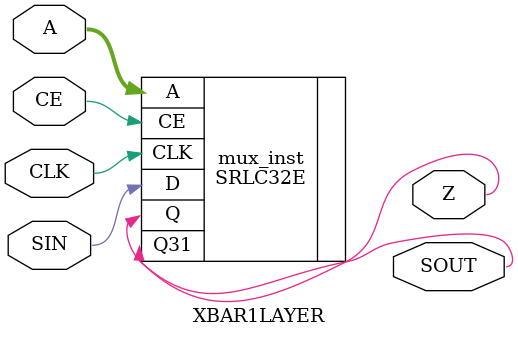
<source format=v>
module XBAR1LAYER(
	input [4:0] A,
	input CE,
	input CLK,
	input SIN,
	output Z,
	output SOUT
);

SRLC32E #( .INIT(32'h80000000) ) mux_inst (
	.Q(Z),
	.Q31(SOUT),
	.A(A),
	.CE(CE),
	.CLK(CLK),
	.D(SIN)
);

endmodule


</source>
